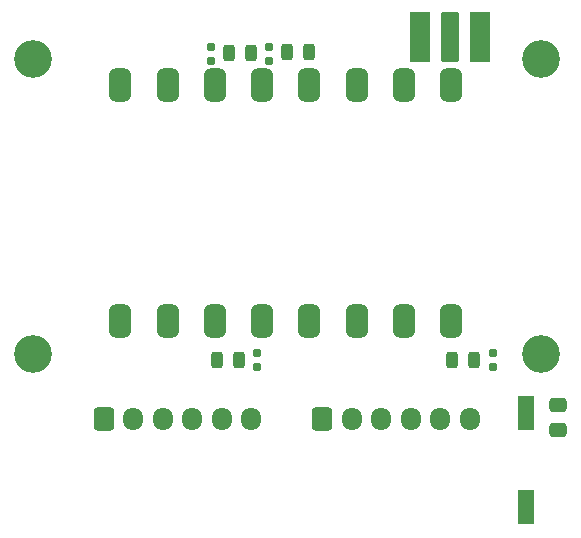
<source format=gts>
%TF.GenerationSoftware,KiCad,Pcbnew,8.0.8*%
%TF.CreationDate,2025-04-18T09:22:24-04:00*%
%TF.ProjectId,RF4463F30-test-board,52463434-3633-4463-9330-2d746573742d,rev?*%
%TF.SameCoordinates,Original*%
%TF.FileFunction,Soldermask,Top*%
%TF.FilePolarity,Negative*%
%FSLAX46Y46*%
G04 Gerber Fmt 4.6, Leading zero omitted, Abs format (unit mm)*
G04 Created by KiCad (PCBNEW 8.0.8) date 2025-04-18 09:22:24*
%MOMM*%
%LPD*%
G01*
G04 APERTURE LIST*
G04 Aperture macros list*
%AMRoundRect*
0 Rectangle with rounded corners*
0 $1 Rounding radius*
0 $2 $3 $4 $5 $6 $7 $8 $9 X,Y pos of 4 corners*
0 Add a 4 corners polygon primitive as box body*
4,1,4,$2,$3,$4,$5,$6,$7,$8,$9,$2,$3,0*
0 Add four circle primitives for the rounded corners*
1,1,$1+$1,$2,$3*
1,1,$1+$1,$4,$5*
1,1,$1+$1,$6,$7*
1,1,$1+$1,$8,$9*
0 Add four rect primitives between the rounded corners*
20,1,$1+$1,$2,$3,$4,$5,0*
20,1,$1+$1,$4,$5,$6,$7,0*
20,1,$1+$1,$6,$7,$8,$9,0*
20,1,$1+$1,$8,$9,$2,$3,0*%
G04 Aperture macros list end*
%ADD10C,3.200000*%
%ADD11R,1.470000X3.000000*%
%ADD12RoundRect,0.160000X-0.160000X0.197500X-0.160000X-0.197500X0.160000X-0.197500X0.160000X0.197500X0*%
%ADD13RoundRect,0.243750X0.243750X0.456250X-0.243750X0.456250X-0.243750X-0.456250X0.243750X-0.456250X0*%
%ADD14RoundRect,0.250000X-0.475000X0.337500X-0.475000X-0.337500X0.475000X-0.337500X0.475000X0.337500X0*%
%ADD15RoundRect,0.243750X-0.243750X-0.456250X0.243750X-0.456250X0.243750X0.456250X-0.243750X0.456250X0*%
%ADD16RoundRect,0.250000X-0.600000X-0.725000X0.600000X-0.725000X0.600000X0.725000X-0.600000X0.725000X0*%
%ADD17O,1.700000X1.950000*%
%ADD18RoundRect,0.101600X-0.635000X-2.032000X0.635000X-2.032000X0.635000X2.032000X-0.635000X2.032000X0*%
%ADD19RoundRect,0.101600X-0.762000X-2.032000X0.762000X-2.032000X0.762000X2.032000X-0.762000X2.032000X0*%
%ADD20RoundRect,0.450000X-0.450000X0.950000X-0.450000X-0.950000X0.450000X-0.950000X0.450000X0.950000X0*%
%ADD21RoundRect,0.160000X0.160000X-0.197500X0.160000X0.197500X-0.160000X0.197500X-0.160000X-0.197500X0*%
G04 APERTURE END LIST*
D10*
%TO.C,H1*%
X183000000Y-103000000D03*
%TD*%
D11*
%TO.C,FB1*%
X181800000Y-116000000D03*
X181800000Y-108000000D03*
%TD*%
D12*
%TO.C,R2*%
X155062500Y-76977500D03*
X155062500Y-78172500D03*
%TD*%
D13*
%TO.C,IRQ1*%
X157437500Y-103500000D03*
X155562500Y-103500000D03*
%TD*%
D14*
%TO.C,C1*%
X184500000Y-107362500D03*
X184500000Y-109437500D03*
%TD*%
D15*
%TO.C,GPIO1*%
X156625000Y-77500000D03*
X158500000Y-77500000D03*
%TD*%
D16*
%TO.C,J1*%
X164500000Y-108550000D03*
D17*
X167000000Y-108550000D03*
X169500000Y-108550000D03*
X172000000Y-108550000D03*
X174500000Y-108550000D03*
X177000000Y-108550000D03*
%TD*%
D15*
%TO.C,GPIO0*%
X161492500Y-77465000D03*
X163367500Y-77465000D03*
%TD*%
D10*
%TO.C,H2*%
X140000000Y-103000000D03*
%TD*%
D16*
%TO.C,J2*%
X146000000Y-108550000D03*
D17*
X148500000Y-108550000D03*
X151000000Y-108550000D03*
X153500000Y-108550000D03*
X156000000Y-108550000D03*
X158500000Y-108550000D03*
%TD*%
D12*
%TO.C,R1*%
X159000000Y-102887500D03*
X159000000Y-104082500D03*
%TD*%
D18*
%TO.C,ANT1*%
X175340000Y-76200000D03*
D19*
X177880000Y-76200000D03*
X172800000Y-76200000D03*
%TD*%
D10*
%TO.C,H3*%
X183000000Y-78000000D03*
%TD*%
%TO.C,H4*%
X140000000Y-78000000D03*
%TD*%
D12*
%TO.C,R3*%
X160000000Y-77000000D03*
X160000000Y-78195000D03*
%TD*%
D20*
%TO.C,RF4463F1*%
X175417500Y-100235000D03*
X171417500Y-100235000D03*
X167417500Y-100235000D03*
X163417500Y-100235000D03*
X159417500Y-100235000D03*
X155417500Y-100235000D03*
X151417500Y-100235000D03*
X147417500Y-100235000D03*
X147417500Y-80235000D03*
X151417500Y-80235000D03*
X155417500Y-80235000D03*
X159417500Y-80235000D03*
X163417500Y-80235000D03*
X167417500Y-80235000D03*
X171417500Y-80235000D03*
X175417500Y-80235000D03*
%TD*%
D21*
%TO.C,R4*%
X179000000Y-104097500D03*
X179000000Y-102902500D03*
%TD*%
D13*
%TO.C,5v0*%
X177375000Y-103500000D03*
X175500000Y-103500000D03*
%TD*%
M02*

</source>
